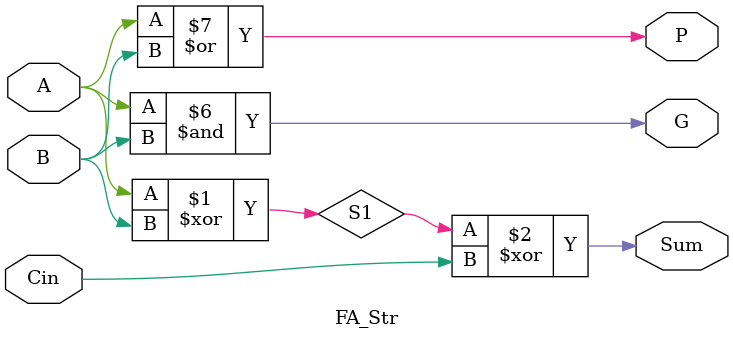
<source format=v>
module FA_Str(A,B,Cin,Sum,P,G);

input A,B,Cin;
output P,G,Sum;
wire S1,T1,T2,T3;


xor
X1 (S1,A,B),
X2 (Sum,S1,Cin);

and
A1 (T3,A,B),
A2 (T2,B,Cin),
A3 (T1,A,Cin),
A4 (G ,A,B);

or
O2 (P,A,B);
endmodule


</source>
